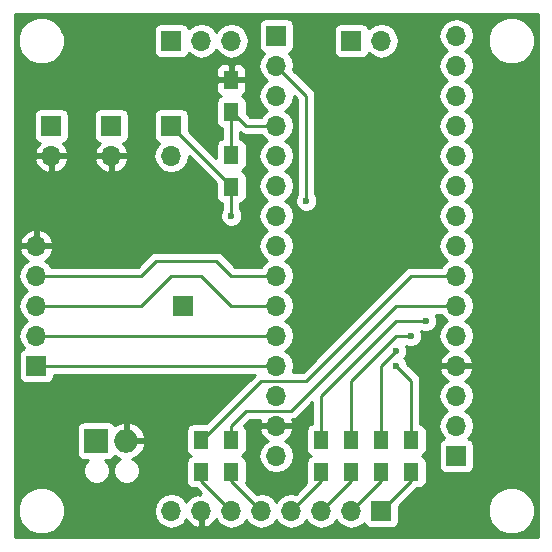
<source format=gbr>
G04 #@! TF.FileFunction,Copper,L1,Top,Signal*
%FSLAX46Y46*%
G04 Gerber Fmt 4.6, Leading zero omitted, Abs format (unit mm)*
G04 Created by KiCad (PCBNEW 4.0.5) date 08/12/17 16:39:25*
%MOMM*%
%LPD*%
G01*
G04 APERTURE LIST*
%ADD10C,0.100000*%
%ADD11R,1.700000X1.700000*%
%ADD12O,1.700000X1.700000*%
%ADD13O,1.998980X1.998980*%
%ADD14R,1.998980X1.998980*%
%ADD15R,1.300000X1.500000*%
%ADD16C,0.600000*%
%ADD17C,0.250000*%
%ADD18C,0.254000*%
G04 APERTURE END LIST*
D10*
D11*
X120650000Y-88900000D03*
D12*
X120650000Y-91440000D03*
D13*
X116840000Y-115570000D03*
D14*
X114300000Y-115570000D03*
D11*
X144780000Y-116840000D03*
D12*
X144780000Y-114300000D03*
X144780000Y-111760000D03*
X144780000Y-109220000D03*
X144780000Y-106680000D03*
X144780000Y-104140000D03*
X144780000Y-101600000D03*
X144780000Y-99060000D03*
X144780000Y-96520000D03*
X144780000Y-93980000D03*
X144780000Y-91440000D03*
X144780000Y-88900000D03*
X144780000Y-86360000D03*
X144780000Y-83820000D03*
X144780000Y-81280000D03*
D11*
X129540000Y-81280000D03*
D12*
X129540000Y-83820000D03*
X129540000Y-86360000D03*
X129540000Y-88900000D03*
X129540000Y-91440000D03*
X129540000Y-93980000D03*
X129540000Y-96520000D03*
X129540000Y-99060000D03*
X129540000Y-101600000D03*
X129540000Y-104140000D03*
X129540000Y-106680000D03*
X129540000Y-109220000D03*
X129540000Y-111760000D03*
X129540000Y-114300000D03*
X129540000Y-116840000D03*
D11*
X138430000Y-121500000D03*
D12*
X135890000Y-121500000D03*
X133350000Y-121500000D03*
X130810000Y-121500000D03*
X128270000Y-121500000D03*
X125730000Y-121500000D03*
X123190000Y-121500000D03*
X120650000Y-121500000D03*
D11*
X115570000Y-88900000D03*
D12*
X115570000Y-91440000D03*
D11*
X109220000Y-109220000D03*
D12*
X109220000Y-106680000D03*
X109220000Y-104140000D03*
X109220000Y-101600000D03*
X109220000Y-99060000D03*
D15*
X125730000Y-94060000D03*
X125730000Y-91360000D03*
X125730000Y-87710000D03*
X125730000Y-85010000D03*
X138430000Y-118190000D03*
X138430000Y-115490000D03*
X133350000Y-118190000D03*
X133350000Y-115490000D03*
X123190000Y-118190000D03*
X123190000Y-115490000D03*
X140970000Y-118190000D03*
X140970000Y-115490000D03*
X135890000Y-118190000D03*
X135890000Y-115490000D03*
X125730000Y-118190000D03*
X125730000Y-115490000D03*
D11*
X121650000Y-104140000D03*
X135890000Y-81700000D03*
D12*
X138430000Y-81700000D03*
D11*
X120650000Y-81700000D03*
D12*
X123190000Y-81700000D03*
X125730000Y-81700000D03*
D11*
X110490000Y-88900000D03*
D12*
X110490000Y-91440000D03*
D16*
X125730000Y-96520000D03*
X142240000Y-105410000D03*
X140970000Y-106680000D03*
X139700000Y-107950000D03*
X139700000Y-109220000D03*
X132080000Y-95250000D03*
D17*
X125730000Y-96520000D02*
X125730000Y-94060000D01*
X125730000Y-94060000D02*
X125730000Y-93980000D01*
X125730000Y-93980000D02*
X120650000Y-88900000D01*
X125730000Y-115490000D02*
X125730000Y-114300000D01*
X139700000Y-104140000D02*
X144780000Y-104140000D01*
X130810000Y-113030000D02*
X139700000Y-104140000D01*
X127000000Y-113030000D02*
X130810000Y-113030000D01*
X125730000Y-114300000D02*
X127000000Y-113030000D01*
X140970000Y-101600000D02*
X144780000Y-101600000D01*
X132080000Y-110490000D02*
X140970000Y-101600000D01*
X128270000Y-110490000D02*
X132080000Y-110490000D01*
X123270000Y-115490000D02*
X128270000Y-110490000D01*
X123190000Y-115490000D02*
X123270000Y-115490000D01*
X133350000Y-115490000D02*
X133350000Y-111760000D01*
X139700000Y-105410000D02*
X142240000Y-105410000D01*
X133350000Y-111760000D02*
X139700000Y-105410000D01*
X135890000Y-115490000D02*
X135890000Y-110490000D01*
X139700000Y-106680000D02*
X140970000Y-106680000D01*
X135890000Y-110490000D02*
X139700000Y-106680000D01*
X138430000Y-115490000D02*
X138430000Y-109220000D01*
X138430000Y-109220000D02*
X139700000Y-107950000D01*
X140970000Y-115490000D02*
X140970000Y-110490000D01*
X140970000Y-110490000D02*
X139700000Y-109220000D01*
X132080000Y-86360000D02*
X129540000Y-83820000D01*
X132080000Y-95250000D02*
X132080000Y-86360000D01*
X125730000Y-87710000D02*
X125730000Y-91360000D01*
X125730000Y-87710000D02*
X125810000Y-87710000D01*
X125810000Y-87710000D02*
X127000000Y-88900000D01*
X127000000Y-88900000D02*
X129540000Y-88900000D01*
X109220000Y-101600000D02*
X118110000Y-101600000D01*
X125730000Y-101600000D02*
X129540000Y-101600000D01*
X124460000Y-100330000D02*
X125730000Y-101600000D01*
X119380000Y-100330000D02*
X124460000Y-100330000D01*
X118110000Y-101600000D02*
X119380000Y-100330000D01*
X109220000Y-104140000D02*
X118110000Y-104140000D01*
X125730000Y-104140000D02*
X129540000Y-104140000D01*
X123190000Y-101600000D02*
X125730000Y-104140000D01*
X120650000Y-101600000D02*
X123190000Y-101600000D01*
X118110000Y-104140000D02*
X120650000Y-101600000D01*
X109220000Y-106680000D02*
X129540000Y-106680000D01*
X109220000Y-109220000D02*
X129540000Y-109220000D01*
X140970000Y-118190000D02*
X140970000Y-118960000D01*
X140970000Y-118960000D02*
X138430000Y-121500000D01*
X138430000Y-118190000D02*
X138430000Y-118960000D01*
X138430000Y-118960000D02*
X135890000Y-121500000D01*
X135890000Y-118190000D02*
X135890000Y-118960000D01*
X135890000Y-118960000D02*
X133350000Y-121500000D01*
X133350000Y-118190000D02*
X133350000Y-118960000D01*
X133350000Y-118960000D02*
X130810000Y-121500000D01*
X125730000Y-118190000D02*
X125730000Y-118960000D01*
X125730000Y-118960000D02*
X128270000Y-121500000D01*
X123190000Y-118190000D02*
X123190000Y-118960000D01*
X123190000Y-118960000D02*
X125730000Y-121500000D01*
D18*
G36*
X151690000Y-123750000D02*
X107390000Y-123750000D01*
X107390000Y-121893109D01*
X107654657Y-121893109D01*
X107956218Y-122622943D01*
X108514120Y-123181819D01*
X109243427Y-123484654D01*
X110033109Y-123485343D01*
X110762943Y-123183782D01*
X111321819Y-122625880D01*
X111624654Y-121896573D01*
X111625343Y-121106891D01*
X111323782Y-120377057D01*
X110765880Y-119818181D01*
X110036573Y-119515346D01*
X109246891Y-119514657D01*
X108517057Y-119816218D01*
X107958181Y-120374120D01*
X107655346Y-121103427D01*
X107654657Y-121893109D01*
X107390000Y-121893109D01*
X107390000Y-114570510D01*
X112653070Y-114570510D01*
X112653070Y-116569490D01*
X112697348Y-116804807D01*
X112836420Y-117020931D01*
X113048620Y-117165921D01*
X113300510Y-117216930D01*
X113588095Y-117216930D01*
X113338355Y-117466235D01*
X113165197Y-117883244D01*
X113164803Y-118334775D01*
X113337233Y-118752086D01*
X113656235Y-119071645D01*
X114073244Y-119244803D01*
X114524775Y-119245197D01*
X114942086Y-119072767D01*
X115261645Y-118753765D01*
X115434803Y-118336756D01*
X115435197Y-117885225D01*
X115262767Y-117467914D01*
X115012220Y-117216930D01*
X115299490Y-117216930D01*
X115534807Y-117172652D01*
X115750931Y-117033580D01*
X115861094Y-116872351D01*
X115880274Y-116893068D01*
X116321614Y-117096121D01*
X116197914Y-117147233D01*
X115878355Y-117466235D01*
X115705197Y-117883244D01*
X115704803Y-118334775D01*
X115877233Y-118752086D01*
X116196235Y-119071645D01*
X116613244Y-119244803D01*
X117064775Y-119245197D01*
X117482086Y-119072767D01*
X117801645Y-118753765D01*
X117974803Y-118336756D01*
X117975197Y-117885225D01*
X117802767Y-117467914D01*
X117483765Y-117148355D01*
X117358190Y-117096211D01*
X117799726Y-116893068D01*
X118232987Y-116425084D01*
X118429619Y-115950354D01*
X118310265Y-115697000D01*
X116967000Y-115697000D01*
X116967000Y-115717000D01*
X116713000Y-115717000D01*
X116713000Y-115697000D01*
X116693000Y-115697000D01*
X116693000Y-115443000D01*
X116713000Y-115443000D01*
X116713000Y-114099193D01*
X116967000Y-114099193D01*
X116967000Y-115443000D01*
X118310265Y-115443000D01*
X118429619Y-115189646D01*
X118232987Y-114714916D01*
X117799726Y-114246932D01*
X117220355Y-113980373D01*
X116967000Y-114099193D01*
X116713000Y-114099193D01*
X116459645Y-113980373D01*
X115880274Y-114246932D01*
X115859970Y-114268863D01*
X115763580Y-114119069D01*
X115551380Y-113974079D01*
X115299490Y-113923070D01*
X113300510Y-113923070D01*
X113065193Y-113967348D01*
X112849069Y-114106420D01*
X112704079Y-114318620D01*
X112653070Y-114570510D01*
X107390000Y-114570510D01*
X107390000Y-101600000D01*
X107705907Y-101600000D01*
X107818946Y-102168285D01*
X108140853Y-102650054D01*
X108470026Y-102870000D01*
X108140853Y-103089946D01*
X107818946Y-103571715D01*
X107705907Y-104140000D01*
X107818946Y-104708285D01*
X108140853Y-105190054D01*
X108470026Y-105410000D01*
X108140853Y-105629946D01*
X107818946Y-106111715D01*
X107705907Y-106680000D01*
X107818946Y-107248285D01*
X108140853Y-107730054D01*
X108182452Y-107757850D01*
X108134683Y-107766838D01*
X107918559Y-107905910D01*
X107773569Y-108118110D01*
X107722560Y-108370000D01*
X107722560Y-110070000D01*
X107766838Y-110305317D01*
X107905910Y-110521441D01*
X108118110Y-110666431D01*
X108370000Y-110717440D01*
X110070000Y-110717440D01*
X110305317Y-110673162D01*
X110521441Y-110534090D01*
X110666431Y-110321890D01*
X110717440Y-110070000D01*
X110717440Y-109980000D01*
X127705198Y-109980000D01*
X123592638Y-114092560D01*
X122540000Y-114092560D01*
X122304683Y-114136838D01*
X122088559Y-114275910D01*
X121943569Y-114488110D01*
X121892560Y-114740000D01*
X121892560Y-116240000D01*
X121936838Y-116475317D01*
X122075910Y-116691441D01*
X122288110Y-116836431D01*
X122301197Y-116839081D01*
X122088559Y-116975910D01*
X121943569Y-117188110D01*
X121892560Y-117440000D01*
X121892560Y-118940000D01*
X121936838Y-119175317D01*
X122075910Y-119391441D01*
X122288110Y-119536431D01*
X122540000Y-119587440D01*
X122742638Y-119587440D01*
X123170198Y-120015000D01*
X123062998Y-120015000D01*
X123062998Y-120179844D01*
X122833110Y-120058524D01*
X122423076Y-120228355D01*
X121994817Y-120618642D01*
X121927702Y-120761553D01*
X121700054Y-120420853D01*
X121218285Y-120098946D01*
X120650000Y-119985907D01*
X120081715Y-120098946D01*
X119599946Y-120420853D01*
X119278039Y-120902622D01*
X119165000Y-121470907D01*
X119165000Y-121529093D01*
X119278039Y-122097378D01*
X119599946Y-122579147D01*
X120081715Y-122901054D01*
X120650000Y-123014093D01*
X121218285Y-122901054D01*
X121700054Y-122579147D01*
X121927702Y-122238447D01*
X121994817Y-122381358D01*
X122423076Y-122771645D01*
X122833110Y-122941476D01*
X123063000Y-122820155D01*
X123063000Y-121627000D01*
X123043000Y-121627000D01*
X123043000Y-121373000D01*
X123063000Y-121373000D01*
X123063000Y-121353000D01*
X123317000Y-121353000D01*
X123317000Y-121373000D01*
X123337000Y-121373000D01*
X123337000Y-121627000D01*
X123317000Y-121627000D01*
X123317000Y-122820155D01*
X123546890Y-122941476D01*
X123956924Y-122771645D01*
X124385183Y-122381358D01*
X124452298Y-122238447D01*
X124679946Y-122579147D01*
X125161715Y-122901054D01*
X125730000Y-123014093D01*
X126298285Y-122901054D01*
X126780054Y-122579147D01*
X127000000Y-122249974D01*
X127219946Y-122579147D01*
X127701715Y-122901054D01*
X128270000Y-123014093D01*
X128838285Y-122901054D01*
X129320054Y-122579147D01*
X129540000Y-122249974D01*
X129759946Y-122579147D01*
X130241715Y-122901054D01*
X130810000Y-123014093D01*
X131378285Y-122901054D01*
X131860054Y-122579147D01*
X132080000Y-122249974D01*
X132299946Y-122579147D01*
X132781715Y-122901054D01*
X133350000Y-123014093D01*
X133918285Y-122901054D01*
X134400054Y-122579147D01*
X134620000Y-122249974D01*
X134839946Y-122579147D01*
X135321715Y-122901054D01*
X135890000Y-123014093D01*
X136458285Y-122901054D01*
X136940054Y-122579147D01*
X136967850Y-122537548D01*
X136976838Y-122585317D01*
X137115910Y-122801441D01*
X137328110Y-122946431D01*
X137580000Y-122997440D01*
X139280000Y-122997440D01*
X139515317Y-122953162D01*
X139731441Y-122814090D01*
X139876431Y-122601890D01*
X139927440Y-122350000D01*
X139927440Y-121893109D01*
X147454657Y-121893109D01*
X147756218Y-122622943D01*
X148314120Y-123181819D01*
X149043427Y-123484654D01*
X149833109Y-123485343D01*
X150562943Y-123183782D01*
X151121819Y-122625880D01*
X151424654Y-121896573D01*
X151425343Y-121106891D01*
X151123782Y-120377057D01*
X150565880Y-119818181D01*
X149836573Y-119515346D01*
X149046891Y-119514657D01*
X148317057Y-119816218D01*
X147758181Y-120374120D01*
X147455346Y-121103427D01*
X147454657Y-121893109D01*
X139927440Y-121893109D01*
X139927440Y-121077362D01*
X141417362Y-119587440D01*
X141620000Y-119587440D01*
X141855317Y-119543162D01*
X142071441Y-119404090D01*
X142216431Y-119191890D01*
X142267440Y-118940000D01*
X142267440Y-117440000D01*
X142223162Y-117204683D01*
X142084090Y-116988559D01*
X141871890Y-116843569D01*
X141858803Y-116840919D01*
X142071441Y-116704090D01*
X142216431Y-116491890D01*
X142267440Y-116240000D01*
X142267440Y-114740000D01*
X142223162Y-114504683D01*
X142084090Y-114288559D01*
X141871890Y-114143569D01*
X141730000Y-114114836D01*
X141730000Y-111760000D01*
X143265907Y-111760000D01*
X143378946Y-112328285D01*
X143700853Y-112810054D01*
X144030026Y-113030000D01*
X143700853Y-113249946D01*
X143378946Y-113731715D01*
X143265907Y-114300000D01*
X143378946Y-114868285D01*
X143700853Y-115350054D01*
X143742452Y-115377850D01*
X143694683Y-115386838D01*
X143478559Y-115525910D01*
X143333569Y-115738110D01*
X143282560Y-115990000D01*
X143282560Y-117690000D01*
X143326838Y-117925317D01*
X143465910Y-118141441D01*
X143678110Y-118286431D01*
X143930000Y-118337440D01*
X145630000Y-118337440D01*
X145865317Y-118293162D01*
X146081441Y-118154090D01*
X146226431Y-117941890D01*
X146277440Y-117690000D01*
X146277440Y-115990000D01*
X146233162Y-115754683D01*
X146094090Y-115538559D01*
X145881890Y-115393569D01*
X145814459Y-115379914D01*
X145859147Y-115350054D01*
X146181054Y-114868285D01*
X146294093Y-114300000D01*
X146181054Y-113731715D01*
X145859147Y-113249946D01*
X145529974Y-113030000D01*
X145859147Y-112810054D01*
X146181054Y-112328285D01*
X146294093Y-111760000D01*
X146181054Y-111191715D01*
X145859147Y-110709946D01*
X145518447Y-110482298D01*
X145661358Y-110415183D01*
X146051645Y-109986924D01*
X146221476Y-109576890D01*
X146100155Y-109347000D01*
X144907000Y-109347000D01*
X144907000Y-109367000D01*
X144653000Y-109367000D01*
X144653000Y-109347000D01*
X143459845Y-109347000D01*
X143338524Y-109576890D01*
X143508355Y-109986924D01*
X143898642Y-110415183D01*
X144041553Y-110482298D01*
X143700853Y-110709946D01*
X143378946Y-111191715D01*
X143265907Y-111760000D01*
X141730000Y-111760000D01*
X141730000Y-110490000D01*
X141693264Y-110305317D01*
X141672148Y-110199160D01*
X141507401Y-109952599D01*
X140635122Y-109080320D01*
X140635162Y-109034833D01*
X140493117Y-108691057D01*
X140387290Y-108585046D01*
X140492192Y-108480327D01*
X140634838Y-108136799D01*
X140635162Y-107764833D01*
X140529690Y-107509570D01*
X140783201Y-107614838D01*
X141155167Y-107615162D01*
X141498943Y-107473117D01*
X141762192Y-107210327D01*
X141904838Y-106866799D01*
X141905162Y-106494833D01*
X141799690Y-106239570D01*
X142053201Y-106344838D01*
X142425167Y-106345162D01*
X142768943Y-106203117D01*
X143032192Y-105940327D01*
X143174838Y-105596799D01*
X143175162Y-105224833D01*
X143040944Y-104900000D01*
X143507046Y-104900000D01*
X143700853Y-105190054D01*
X144030026Y-105410000D01*
X143700853Y-105629946D01*
X143378946Y-106111715D01*
X143265907Y-106680000D01*
X143378946Y-107248285D01*
X143700853Y-107730054D01*
X144041553Y-107957702D01*
X143898642Y-108024817D01*
X143508355Y-108453076D01*
X143338524Y-108863110D01*
X143459845Y-109093000D01*
X144653000Y-109093000D01*
X144653000Y-109073000D01*
X144907000Y-109073000D01*
X144907000Y-109093000D01*
X146100155Y-109093000D01*
X146221476Y-108863110D01*
X146051645Y-108453076D01*
X145661358Y-108024817D01*
X145518447Y-107957702D01*
X145859147Y-107730054D01*
X146181054Y-107248285D01*
X146294093Y-106680000D01*
X146181054Y-106111715D01*
X145859147Y-105629946D01*
X145529974Y-105410000D01*
X145859147Y-105190054D01*
X146181054Y-104708285D01*
X146294093Y-104140000D01*
X146181054Y-103571715D01*
X145859147Y-103089946D01*
X145529974Y-102870000D01*
X145859147Y-102650054D01*
X146181054Y-102168285D01*
X146294093Y-101600000D01*
X146181054Y-101031715D01*
X145859147Y-100549946D01*
X145529974Y-100330000D01*
X145859147Y-100110054D01*
X146181054Y-99628285D01*
X146294093Y-99060000D01*
X146181054Y-98491715D01*
X145859147Y-98009946D01*
X145529974Y-97790000D01*
X145859147Y-97570054D01*
X146181054Y-97088285D01*
X146294093Y-96520000D01*
X146181054Y-95951715D01*
X145859147Y-95469946D01*
X145529974Y-95250000D01*
X145859147Y-95030054D01*
X146181054Y-94548285D01*
X146294093Y-93980000D01*
X146181054Y-93411715D01*
X145859147Y-92929946D01*
X145529974Y-92710000D01*
X145859147Y-92490054D01*
X146181054Y-92008285D01*
X146294093Y-91440000D01*
X146181054Y-90871715D01*
X145859147Y-90389946D01*
X145529974Y-90170000D01*
X145859147Y-89950054D01*
X146181054Y-89468285D01*
X146294093Y-88900000D01*
X146181054Y-88331715D01*
X145859147Y-87849946D01*
X145529974Y-87630000D01*
X145859147Y-87410054D01*
X146181054Y-86928285D01*
X146294093Y-86360000D01*
X146181054Y-85791715D01*
X145859147Y-85309946D01*
X145529974Y-85090000D01*
X145859147Y-84870054D01*
X146181054Y-84388285D01*
X146294093Y-83820000D01*
X146181054Y-83251715D01*
X145859147Y-82769946D01*
X145529974Y-82550000D01*
X145859147Y-82330054D01*
X146017468Y-82093109D01*
X147454657Y-82093109D01*
X147756218Y-82822943D01*
X148314120Y-83381819D01*
X149043427Y-83684654D01*
X149833109Y-83685343D01*
X150562943Y-83383782D01*
X151121819Y-82825880D01*
X151424654Y-82096573D01*
X151425343Y-81306891D01*
X151123782Y-80577057D01*
X150565880Y-80018181D01*
X149836573Y-79715346D01*
X149046891Y-79714657D01*
X148317057Y-80016218D01*
X147758181Y-80574120D01*
X147455346Y-81303427D01*
X147454657Y-82093109D01*
X146017468Y-82093109D01*
X146181054Y-81848285D01*
X146294093Y-81280000D01*
X146181054Y-80711715D01*
X145859147Y-80229946D01*
X145377378Y-79908039D01*
X144809093Y-79795000D01*
X144750907Y-79795000D01*
X144182622Y-79908039D01*
X143700853Y-80229946D01*
X143378946Y-80711715D01*
X143265907Y-81280000D01*
X143378946Y-81848285D01*
X143700853Y-82330054D01*
X144030026Y-82550000D01*
X143700853Y-82769946D01*
X143378946Y-83251715D01*
X143265907Y-83820000D01*
X143378946Y-84388285D01*
X143700853Y-84870054D01*
X144030026Y-85090000D01*
X143700853Y-85309946D01*
X143378946Y-85791715D01*
X143265907Y-86360000D01*
X143378946Y-86928285D01*
X143700853Y-87410054D01*
X144030026Y-87630000D01*
X143700853Y-87849946D01*
X143378946Y-88331715D01*
X143265907Y-88900000D01*
X143378946Y-89468285D01*
X143700853Y-89950054D01*
X144030026Y-90170000D01*
X143700853Y-90389946D01*
X143378946Y-90871715D01*
X143265907Y-91440000D01*
X143378946Y-92008285D01*
X143700853Y-92490054D01*
X144030026Y-92710000D01*
X143700853Y-92929946D01*
X143378946Y-93411715D01*
X143265907Y-93980000D01*
X143378946Y-94548285D01*
X143700853Y-95030054D01*
X144030026Y-95250000D01*
X143700853Y-95469946D01*
X143378946Y-95951715D01*
X143265907Y-96520000D01*
X143378946Y-97088285D01*
X143700853Y-97570054D01*
X144030026Y-97790000D01*
X143700853Y-98009946D01*
X143378946Y-98491715D01*
X143265907Y-99060000D01*
X143378946Y-99628285D01*
X143700853Y-100110054D01*
X144030026Y-100330000D01*
X143700853Y-100549946D01*
X143507046Y-100840000D01*
X140970000Y-100840000D01*
X140679161Y-100897852D01*
X140432599Y-101062599D01*
X131765198Y-109730000D01*
X130952648Y-109730000D01*
X131054093Y-109220000D01*
X130941054Y-108651715D01*
X130619147Y-108169946D01*
X130289974Y-107950000D01*
X130619147Y-107730054D01*
X130941054Y-107248285D01*
X131054093Y-106680000D01*
X130941054Y-106111715D01*
X130619147Y-105629946D01*
X130289974Y-105410000D01*
X130619147Y-105190054D01*
X130941054Y-104708285D01*
X131054093Y-104140000D01*
X130941054Y-103571715D01*
X130619147Y-103089946D01*
X130289974Y-102870000D01*
X130619147Y-102650054D01*
X130941054Y-102168285D01*
X131054093Y-101600000D01*
X130941054Y-101031715D01*
X130619147Y-100549946D01*
X130289974Y-100330000D01*
X130619147Y-100110054D01*
X130941054Y-99628285D01*
X131054093Y-99060000D01*
X130941054Y-98491715D01*
X130619147Y-98009946D01*
X130289974Y-97790000D01*
X130619147Y-97570054D01*
X130941054Y-97088285D01*
X131054093Y-96520000D01*
X130941054Y-95951715D01*
X130619147Y-95469946D01*
X130289974Y-95250000D01*
X130619147Y-95030054D01*
X130941054Y-94548285D01*
X131054093Y-93980000D01*
X130941054Y-93411715D01*
X130619147Y-92929946D01*
X130289974Y-92710000D01*
X130619147Y-92490054D01*
X130941054Y-92008285D01*
X131054093Y-91440000D01*
X130941054Y-90871715D01*
X130619147Y-90389946D01*
X130289974Y-90170000D01*
X130619147Y-89950054D01*
X130941054Y-89468285D01*
X131054093Y-88900000D01*
X130941054Y-88331715D01*
X130619147Y-87849946D01*
X130289974Y-87630000D01*
X130619147Y-87410054D01*
X130941054Y-86928285D01*
X131045981Y-86400783D01*
X131320000Y-86674802D01*
X131320000Y-94687537D01*
X131287808Y-94719673D01*
X131145162Y-95063201D01*
X131144838Y-95435167D01*
X131286883Y-95778943D01*
X131549673Y-96042192D01*
X131893201Y-96184838D01*
X132265167Y-96185162D01*
X132608943Y-96043117D01*
X132872192Y-95780327D01*
X133014838Y-95436799D01*
X133015162Y-95064833D01*
X132873117Y-94721057D01*
X132840000Y-94687882D01*
X132840000Y-86360000D01*
X132782148Y-86069161D01*
X132782148Y-86069160D01*
X132617401Y-85822599D01*
X130981210Y-84186408D01*
X131054093Y-83820000D01*
X130941054Y-83251715D01*
X130619147Y-82769946D01*
X130577548Y-82742150D01*
X130625317Y-82733162D01*
X130841441Y-82594090D01*
X130986431Y-82381890D01*
X131037440Y-82130000D01*
X131037440Y-80850000D01*
X134392560Y-80850000D01*
X134392560Y-82550000D01*
X134436838Y-82785317D01*
X134575910Y-83001441D01*
X134788110Y-83146431D01*
X135040000Y-83197440D01*
X136740000Y-83197440D01*
X136975317Y-83153162D01*
X137191441Y-83014090D01*
X137336431Y-82801890D01*
X137350086Y-82734459D01*
X137379946Y-82779147D01*
X137861715Y-83101054D01*
X138430000Y-83214093D01*
X138998285Y-83101054D01*
X139480054Y-82779147D01*
X139801961Y-82297378D01*
X139915000Y-81729093D01*
X139915000Y-81670907D01*
X139801961Y-81102622D01*
X139480054Y-80620853D01*
X138998285Y-80298946D01*
X138430000Y-80185907D01*
X137861715Y-80298946D01*
X137379946Y-80620853D01*
X137352150Y-80662452D01*
X137343162Y-80614683D01*
X137204090Y-80398559D01*
X136991890Y-80253569D01*
X136740000Y-80202560D01*
X135040000Y-80202560D01*
X134804683Y-80246838D01*
X134588559Y-80385910D01*
X134443569Y-80598110D01*
X134392560Y-80850000D01*
X131037440Y-80850000D01*
X131037440Y-80430000D01*
X130993162Y-80194683D01*
X130854090Y-79978559D01*
X130641890Y-79833569D01*
X130390000Y-79782560D01*
X128690000Y-79782560D01*
X128454683Y-79826838D01*
X128238559Y-79965910D01*
X128093569Y-80178110D01*
X128042560Y-80430000D01*
X128042560Y-82130000D01*
X128086838Y-82365317D01*
X128225910Y-82581441D01*
X128438110Y-82726431D01*
X128505541Y-82740086D01*
X128460853Y-82769946D01*
X128138946Y-83251715D01*
X128025907Y-83820000D01*
X128138946Y-84388285D01*
X128460853Y-84870054D01*
X128790026Y-85090000D01*
X128460853Y-85309946D01*
X128138946Y-85791715D01*
X128025907Y-86360000D01*
X128138946Y-86928285D01*
X128460853Y-87410054D01*
X128790026Y-87630000D01*
X128460853Y-87849946D01*
X128267046Y-88140000D01*
X127314802Y-88140000D01*
X127027440Y-87852638D01*
X127027440Y-86960000D01*
X126983162Y-86724683D01*
X126844090Y-86508559D01*
X126631890Y-86363569D01*
X126598510Y-86356809D01*
X126739699Y-86298327D01*
X126918327Y-86119698D01*
X127015000Y-85886309D01*
X127015000Y-85295750D01*
X126856250Y-85137000D01*
X125857000Y-85137000D01*
X125857000Y-85157000D01*
X125603000Y-85157000D01*
X125603000Y-85137000D01*
X124603750Y-85137000D01*
X124445000Y-85295750D01*
X124445000Y-85886309D01*
X124541673Y-86119698D01*
X124720301Y-86298327D01*
X124856287Y-86354654D01*
X124844683Y-86356838D01*
X124628559Y-86495910D01*
X124483569Y-86708110D01*
X124432560Y-86960000D01*
X124432560Y-88460000D01*
X124476838Y-88695317D01*
X124615910Y-88911441D01*
X124828110Y-89056431D01*
X124970000Y-89085164D01*
X124970000Y-89983258D01*
X124844683Y-90006838D01*
X124628559Y-90145910D01*
X124483569Y-90358110D01*
X124432560Y-90610000D01*
X124432560Y-91607758D01*
X122147440Y-89322638D01*
X122147440Y-88050000D01*
X122103162Y-87814683D01*
X121964090Y-87598559D01*
X121751890Y-87453569D01*
X121500000Y-87402560D01*
X119800000Y-87402560D01*
X119564683Y-87446838D01*
X119348559Y-87585910D01*
X119203569Y-87798110D01*
X119152560Y-88050000D01*
X119152560Y-89750000D01*
X119196838Y-89985317D01*
X119335910Y-90201441D01*
X119548110Y-90346431D01*
X119615541Y-90360086D01*
X119570853Y-90389946D01*
X119248946Y-90871715D01*
X119135907Y-91440000D01*
X119248946Y-92008285D01*
X119570853Y-92490054D01*
X120052622Y-92811961D01*
X120620907Y-92925000D01*
X120679093Y-92925000D01*
X121247378Y-92811961D01*
X121729147Y-92490054D01*
X122051054Y-92008285D01*
X122155981Y-91480783D01*
X124432560Y-93757362D01*
X124432560Y-94810000D01*
X124476838Y-95045317D01*
X124615910Y-95261441D01*
X124828110Y-95406431D01*
X124970000Y-95435164D01*
X124970000Y-95957537D01*
X124937808Y-95989673D01*
X124795162Y-96333201D01*
X124794838Y-96705167D01*
X124936883Y-97048943D01*
X125199673Y-97312192D01*
X125543201Y-97454838D01*
X125915167Y-97455162D01*
X126258943Y-97313117D01*
X126522192Y-97050327D01*
X126664838Y-96706799D01*
X126665162Y-96334833D01*
X126523117Y-95991057D01*
X126490000Y-95957882D01*
X126490000Y-95436742D01*
X126615317Y-95413162D01*
X126831441Y-95274090D01*
X126976431Y-95061890D01*
X127027440Y-94810000D01*
X127027440Y-93310000D01*
X126983162Y-93074683D01*
X126844090Y-92858559D01*
X126631890Y-92713569D01*
X126618803Y-92710919D01*
X126831441Y-92574090D01*
X126976431Y-92361890D01*
X127027440Y-92110000D01*
X127027440Y-90610000D01*
X126983162Y-90374683D01*
X126844090Y-90158559D01*
X126631890Y-90013569D01*
X126490000Y-89984836D01*
X126490000Y-89455710D01*
X126709161Y-89602148D01*
X127000000Y-89660000D01*
X128267046Y-89660000D01*
X128460853Y-89950054D01*
X128790026Y-90170000D01*
X128460853Y-90389946D01*
X128138946Y-90871715D01*
X128025907Y-91440000D01*
X128138946Y-92008285D01*
X128460853Y-92490054D01*
X128790026Y-92710000D01*
X128460853Y-92929946D01*
X128138946Y-93411715D01*
X128025907Y-93980000D01*
X128138946Y-94548285D01*
X128460853Y-95030054D01*
X128790026Y-95250000D01*
X128460853Y-95469946D01*
X128138946Y-95951715D01*
X128025907Y-96520000D01*
X128138946Y-97088285D01*
X128460853Y-97570054D01*
X128790026Y-97790000D01*
X128460853Y-98009946D01*
X128138946Y-98491715D01*
X128025907Y-99060000D01*
X128138946Y-99628285D01*
X128460853Y-100110054D01*
X128790026Y-100330000D01*
X128460853Y-100549946D01*
X128267046Y-100840000D01*
X126044802Y-100840000D01*
X124997401Y-99792599D01*
X124750839Y-99627852D01*
X124460000Y-99570000D01*
X119380000Y-99570000D01*
X119089160Y-99627852D01*
X118842599Y-99792599D01*
X117795198Y-100840000D01*
X110492954Y-100840000D01*
X110299147Y-100549946D01*
X109958447Y-100322298D01*
X110101358Y-100255183D01*
X110491645Y-99826924D01*
X110661476Y-99416890D01*
X110540155Y-99187000D01*
X109347000Y-99187000D01*
X109347000Y-99207000D01*
X109093000Y-99207000D01*
X109093000Y-99187000D01*
X107899845Y-99187000D01*
X107778524Y-99416890D01*
X107948355Y-99826924D01*
X108338642Y-100255183D01*
X108481553Y-100322298D01*
X108140853Y-100549946D01*
X107818946Y-101031715D01*
X107705907Y-101600000D01*
X107390000Y-101600000D01*
X107390000Y-98703110D01*
X107778524Y-98703110D01*
X107899845Y-98933000D01*
X109093000Y-98933000D01*
X109093000Y-97739181D01*
X109347000Y-97739181D01*
X109347000Y-98933000D01*
X110540155Y-98933000D01*
X110661476Y-98703110D01*
X110491645Y-98293076D01*
X110101358Y-97864817D01*
X109576892Y-97618514D01*
X109347000Y-97739181D01*
X109093000Y-97739181D01*
X108863108Y-97618514D01*
X108338642Y-97864817D01*
X107948355Y-98293076D01*
X107778524Y-98703110D01*
X107390000Y-98703110D01*
X107390000Y-91796890D01*
X109048524Y-91796890D01*
X109218355Y-92206924D01*
X109608642Y-92635183D01*
X110133108Y-92881486D01*
X110363000Y-92760819D01*
X110363000Y-91567000D01*
X110617000Y-91567000D01*
X110617000Y-92760819D01*
X110846892Y-92881486D01*
X111371358Y-92635183D01*
X111761645Y-92206924D01*
X111931476Y-91796890D01*
X114128524Y-91796890D01*
X114298355Y-92206924D01*
X114688642Y-92635183D01*
X115213108Y-92881486D01*
X115443000Y-92760819D01*
X115443000Y-91567000D01*
X115697000Y-91567000D01*
X115697000Y-92760819D01*
X115926892Y-92881486D01*
X116451358Y-92635183D01*
X116841645Y-92206924D01*
X117011476Y-91796890D01*
X116890155Y-91567000D01*
X115697000Y-91567000D01*
X115443000Y-91567000D01*
X114249845Y-91567000D01*
X114128524Y-91796890D01*
X111931476Y-91796890D01*
X111810155Y-91567000D01*
X110617000Y-91567000D01*
X110363000Y-91567000D01*
X109169845Y-91567000D01*
X109048524Y-91796890D01*
X107390000Y-91796890D01*
X107390000Y-88050000D01*
X108992560Y-88050000D01*
X108992560Y-89750000D01*
X109036838Y-89985317D01*
X109175910Y-90201441D01*
X109388110Y-90346431D01*
X109496107Y-90368301D01*
X109218355Y-90673076D01*
X109048524Y-91083110D01*
X109169845Y-91313000D01*
X110363000Y-91313000D01*
X110363000Y-91293000D01*
X110617000Y-91293000D01*
X110617000Y-91313000D01*
X111810155Y-91313000D01*
X111931476Y-91083110D01*
X111761645Y-90673076D01*
X111485499Y-90370063D01*
X111575317Y-90353162D01*
X111791441Y-90214090D01*
X111936431Y-90001890D01*
X111987440Y-89750000D01*
X111987440Y-88050000D01*
X114072560Y-88050000D01*
X114072560Y-89750000D01*
X114116838Y-89985317D01*
X114255910Y-90201441D01*
X114468110Y-90346431D01*
X114576107Y-90368301D01*
X114298355Y-90673076D01*
X114128524Y-91083110D01*
X114249845Y-91313000D01*
X115443000Y-91313000D01*
X115443000Y-91293000D01*
X115697000Y-91293000D01*
X115697000Y-91313000D01*
X116890155Y-91313000D01*
X117011476Y-91083110D01*
X116841645Y-90673076D01*
X116565499Y-90370063D01*
X116655317Y-90353162D01*
X116871441Y-90214090D01*
X117016431Y-90001890D01*
X117067440Y-89750000D01*
X117067440Y-88050000D01*
X117023162Y-87814683D01*
X116884090Y-87598559D01*
X116671890Y-87453569D01*
X116420000Y-87402560D01*
X114720000Y-87402560D01*
X114484683Y-87446838D01*
X114268559Y-87585910D01*
X114123569Y-87798110D01*
X114072560Y-88050000D01*
X111987440Y-88050000D01*
X111943162Y-87814683D01*
X111804090Y-87598559D01*
X111591890Y-87453569D01*
X111340000Y-87402560D01*
X109640000Y-87402560D01*
X109404683Y-87446838D01*
X109188559Y-87585910D01*
X109043569Y-87798110D01*
X108992560Y-88050000D01*
X107390000Y-88050000D01*
X107390000Y-84133691D01*
X124445000Y-84133691D01*
X124445000Y-84724250D01*
X124603750Y-84883000D01*
X125603000Y-84883000D01*
X125603000Y-83783750D01*
X125857000Y-83783750D01*
X125857000Y-84883000D01*
X126856250Y-84883000D01*
X127015000Y-84724250D01*
X127015000Y-84133691D01*
X126918327Y-83900302D01*
X126739699Y-83721673D01*
X126506310Y-83625000D01*
X126015750Y-83625000D01*
X125857000Y-83783750D01*
X125603000Y-83783750D01*
X125444250Y-83625000D01*
X124953690Y-83625000D01*
X124720301Y-83721673D01*
X124541673Y-83900302D01*
X124445000Y-84133691D01*
X107390000Y-84133691D01*
X107390000Y-82093109D01*
X107654657Y-82093109D01*
X107956218Y-82822943D01*
X108514120Y-83381819D01*
X109243427Y-83684654D01*
X110033109Y-83685343D01*
X110762943Y-83383782D01*
X111321819Y-82825880D01*
X111624654Y-82096573D01*
X111625343Y-81306891D01*
X111436560Y-80850000D01*
X119152560Y-80850000D01*
X119152560Y-82550000D01*
X119196838Y-82785317D01*
X119335910Y-83001441D01*
X119548110Y-83146431D01*
X119800000Y-83197440D01*
X121500000Y-83197440D01*
X121735317Y-83153162D01*
X121951441Y-83014090D01*
X122096431Y-82801890D01*
X122110086Y-82734459D01*
X122139946Y-82779147D01*
X122621715Y-83101054D01*
X123190000Y-83214093D01*
X123758285Y-83101054D01*
X124240054Y-82779147D01*
X124460000Y-82449974D01*
X124679946Y-82779147D01*
X125161715Y-83101054D01*
X125730000Y-83214093D01*
X126298285Y-83101054D01*
X126780054Y-82779147D01*
X127101961Y-82297378D01*
X127215000Y-81729093D01*
X127215000Y-81670907D01*
X127101961Y-81102622D01*
X126780054Y-80620853D01*
X126298285Y-80298946D01*
X125730000Y-80185907D01*
X125161715Y-80298946D01*
X124679946Y-80620853D01*
X124460000Y-80950026D01*
X124240054Y-80620853D01*
X123758285Y-80298946D01*
X123190000Y-80185907D01*
X122621715Y-80298946D01*
X122139946Y-80620853D01*
X122112150Y-80662452D01*
X122103162Y-80614683D01*
X121964090Y-80398559D01*
X121751890Y-80253569D01*
X121500000Y-80202560D01*
X119800000Y-80202560D01*
X119564683Y-80246838D01*
X119348559Y-80385910D01*
X119203569Y-80598110D01*
X119152560Y-80850000D01*
X111436560Y-80850000D01*
X111323782Y-80577057D01*
X110765880Y-80018181D01*
X110036573Y-79715346D01*
X109246891Y-79714657D01*
X108517057Y-80016218D01*
X107958181Y-80574120D01*
X107655346Y-81303427D01*
X107654657Y-82093109D01*
X107390000Y-82093109D01*
X107390000Y-79450000D01*
X151690000Y-79450000D01*
X151690000Y-123750000D01*
X151690000Y-123750000D01*
G37*
X151690000Y-123750000D02*
X107390000Y-123750000D01*
X107390000Y-121893109D01*
X107654657Y-121893109D01*
X107956218Y-122622943D01*
X108514120Y-123181819D01*
X109243427Y-123484654D01*
X110033109Y-123485343D01*
X110762943Y-123183782D01*
X111321819Y-122625880D01*
X111624654Y-121896573D01*
X111625343Y-121106891D01*
X111323782Y-120377057D01*
X110765880Y-119818181D01*
X110036573Y-119515346D01*
X109246891Y-119514657D01*
X108517057Y-119816218D01*
X107958181Y-120374120D01*
X107655346Y-121103427D01*
X107654657Y-121893109D01*
X107390000Y-121893109D01*
X107390000Y-114570510D01*
X112653070Y-114570510D01*
X112653070Y-116569490D01*
X112697348Y-116804807D01*
X112836420Y-117020931D01*
X113048620Y-117165921D01*
X113300510Y-117216930D01*
X113588095Y-117216930D01*
X113338355Y-117466235D01*
X113165197Y-117883244D01*
X113164803Y-118334775D01*
X113337233Y-118752086D01*
X113656235Y-119071645D01*
X114073244Y-119244803D01*
X114524775Y-119245197D01*
X114942086Y-119072767D01*
X115261645Y-118753765D01*
X115434803Y-118336756D01*
X115435197Y-117885225D01*
X115262767Y-117467914D01*
X115012220Y-117216930D01*
X115299490Y-117216930D01*
X115534807Y-117172652D01*
X115750931Y-117033580D01*
X115861094Y-116872351D01*
X115880274Y-116893068D01*
X116321614Y-117096121D01*
X116197914Y-117147233D01*
X115878355Y-117466235D01*
X115705197Y-117883244D01*
X115704803Y-118334775D01*
X115877233Y-118752086D01*
X116196235Y-119071645D01*
X116613244Y-119244803D01*
X117064775Y-119245197D01*
X117482086Y-119072767D01*
X117801645Y-118753765D01*
X117974803Y-118336756D01*
X117975197Y-117885225D01*
X117802767Y-117467914D01*
X117483765Y-117148355D01*
X117358190Y-117096211D01*
X117799726Y-116893068D01*
X118232987Y-116425084D01*
X118429619Y-115950354D01*
X118310265Y-115697000D01*
X116967000Y-115697000D01*
X116967000Y-115717000D01*
X116713000Y-115717000D01*
X116713000Y-115697000D01*
X116693000Y-115697000D01*
X116693000Y-115443000D01*
X116713000Y-115443000D01*
X116713000Y-114099193D01*
X116967000Y-114099193D01*
X116967000Y-115443000D01*
X118310265Y-115443000D01*
X118429619Y-115189646D01*
X118232987Y-114714916D01*
X117799726Y-114246932D01*
X117220355Y-113980373D01*
X116967000Y-114099193D01*
X116713000Y-114099193D01*
X116459645Y-113980373D01*
X115880274Y-114246932D01*
X115859970Y-114268863D01*
X115763580Y-114119069D01*
X115551380Y-113974079D01*
X115299490Y-113923070D01*
X113300510Y-113923070D01*
X113065193Y-113967348D01*
X112849069Y-114106420D01*
X112704079Y-114318620D01*
X112653070Y-114570510D01*
X107390000Y-114570510D01*
X107390000Y-101600000D01*
X107705907Y-101600000D01*
X107818946Y-102168285D01*
X108140853Y-102650054D01*
X108470026Y-102870000D01*
X108140853Y-103089946D01*
X107818946Y-103571715D01*
X107705907Y-104140000D01*
X107818946Y-104708285D01*
X108140853Y-105190054D01*
X108470026Y-105410000D01*
X108140853Y-105629946D01*
X107818946Y-106111715D01*
X107705907Y-106680000D01*
X107818946Y-107248285D01*
X108140853Y-107730054D01*
X108182452Y-107757850D01*
X108134683Y-107766838D01*
X107918559Y-107905910D01*
X107773569Y-108118110D01*
X107722560Y-108370000D01*
X107722560Y-110070000D01*
X107766838Y-110305317D01*
X107905910Y-110521441D01*
X108118110Y-110666431D01*
X108370000Y-110717440D01*
X110070000Y-110717440D01*
X110305317Y-110673162D01*
X110521441Y-110534090D01*
X110666431Y-110321890D01*
X110717440Y-110070000D01*
X110717440Y-109980000D01*
X127705198Y-109980000D01*
X123592638Y-114092560D01*
X122540000Y-114092560D01*
X122304683Y-114136838D01*
X122088559Y-114275910D01*
X121943569Y-114488110D01*
X121892560Y-114740000D01*
X121892560Y-116240000D01*
X121936838Y-116475317D01*
X122075910Y-116691441D01*
X122288110Y-116836431D01*
X122301197Y-116839081D01*
X122088559Y-116975910D01*
X121943569Y-117188110D01*
X121892560Y-117440000D01*
X121892560Y-118940000D01*
X121936838Y-119175317D01*
X122075910Y-119391441D01*
X122288110Y-119536431D01*
X122540000Y-119587440D01*
X122742638Y-119587440D01*
X123170198Y-120015000D01*
X123062998Y-120015000D01*
X123062998Y-120179844D01*
X122833110Y-120058524D01*
X122423076Y-120228355D01*
X121994817Y-120618642D01*
X121927702Y-120761553D01*
X121700054Y-120420853D01*
X121218285Y-120098946D01*
X120650000Y-119985907D01*
X120081715Y-120098946D01*
X119599946Y-120420853D01*
X119278039Y-120902622D01*
X119165000Y-121470907D01*
X119165000Y-121529093D01*
X119278039Y-122097378D01*
X119599946Y-122579147D01*
X120081715Y-122901054D01*
X120650000Y-123014093D01*
X121218285Y-122901054D01*
X121700054Y-122579147D01*
X121927702Y-122238447D01*
X121994817Y-122381358D01*
X122423076Y-122771645D01*
X122833110Y-122941476D01*
X123063000Y-122820155D01*
X123063000Y-121627000D01*
X123043000Y-121627000D01*
X123043000Y-121373000D01*
X123063000Y-121373000D01*
X123063000Y-121353000D01*
X123317000Y-121353000D01*
X123317000Y-121373000D01*
X123337000Y-121373000D01*
X123337000Y-121627000D01*
X123317000Y-121627000D01*
X123317000Y-122820155D01*
X123546890Y-122941476D01*
X123956924Y-122771645D01*
X124385183Y-122381358D01*
X124452298Y-122238447D01*
X124679946Y-122579147D01*
X125161715Y-122901054D01*
X125730000Y-123014093D01*
X126298285Y-122901054D01*
X126780054Y-122579147D01*
X127000000Y-122249974D01*
X127219946Y-122579147D01*
X127701715Y-122901054D01*
X128270000Y-123014093D01*
X128838285Y-122901054D01*
X129320054Y-122579147D01*
X129540000Y-122249974D01*
X129759946Y-122579147D01*
X130241715Y-122901054D01*
X130810000Y-123014093D01*
X131378285Y-122901054D01*
X131860054Y-122579147D01*
X132080000Y-122249974D01*
X132299946Y-122579147D01*
X132781715Y-122901054D01*
X133350000Y-123014093D01*
X133918285Y-122901054D01*
X134400054Y-122579147D01*
X134620000Y-122249974D01*
X134839946Y-122579147D01*
X135321715Y-122901054D01*
X135890000Y-123014093D01*
X136458285Y-122901054D01*
X136940054Y-122579147D01*
X136967850Y-122537548D01*
X136976838Y-122585317D01*
X137115910Y-122801441D01*
X137328110Y-122946431D01*
X137580000Y-122997440D01*
X139280000Y-122997440D01*
X139515317Y-122953162D01*
X139731441Y-122814090D01*
X139876431Y-122601890D01*
X139927440Y-122350000D01*
X139927440Y-121893109D01*
X147454657Y-121893109D01*
X147756218Y-122622943D01*
X148314120Y-123181819D01*
X149043427Y-123484654D01*
X149833109Y-123485343D01*
X150562943Y-123183782D01*
X151121819Y-122625880D01*
X151424654Y-121896573D01*
X151425343Y-121106891D01*
X151123782Y-120377057D01*
X150565880Y-119818181D01*
X149836573Y-119515346D01*
X149046891Y-119514657D01*
X148317057Y-119816218D01*
X147758181Y-120374120D01*
X147455346Y-121103427D01*
X147454657Y-121893109D01*
X139927440Y-121893109D01*
X139927440Y-121077362D01*
X141417362Y-119587440D01*
X141620000Y-119587440D01*
X141855317Y-119543162D01*
X142071441Y-119404090D01*
X142216431Y-119191890D01*
X142267440Y-118940000D01*
X142267440Y-117440000D01*
X142223162Y-117204683D01*
X142084090Y-116988559D01*
X141871890Y-116843569D01*
X141858803Y-116840919D01*
X142071441Y-116704090D01*
X142216431Y-116491890D01*
X142267440Y-116240000D01*
X142267440Y-114740000D01*
X142223162Y-114504683D01*
X142084090Y-114288559D01*
X141871890Y-114143569D01*
X141730000Y-114114836D01*
X141730000Y-111760000D01*
X143265907Y-111760000D01*
X143378946Y-112328285D01*
X143700853Y-112810054D01*
X144030026Y-113030000D01*
X143700853Y-113249946D01*
X143378946Y-113731715D01*
X143265907Y-114300000D01*
X143378946Y-114868285D01*
X143700853Y-115350054D01*
X143742452Y-115377850D01*
X143694683Y-115386838D01*
X143478559Y-115525910D01*
X143333569Y-115738110D01*
X143282560Y-115990000D01*
X143282560Y-117690000D01*
X143326838Y-117925317D01*
X143465910Y-118141441D01*
X143678110Y-118286431D01*
X143930000Y-118337440D01*
X145630000Y-118337440D01*
X145865317Y-118293162D01*
X146081441Y-118154090D01*
X146226431Y-117941890D01*
X146277440Y-117690000D01*
X146277440Y-115990000D01*
X146233162Y-115754683D01*
X146094090Y-115538559D01*
X145881890Y-115393569D01*
X145814459Y-115379914D01*
X145859147Y-115350054D01*
X146181054Y-114868285D01*
X146294093Y-114300000D01*
X146181054Y-113731715D01*
X145859147Y-113249946D01*
X145529974Y-113030000D01*
X145859147Y-112810054D01*
X146181054Y-112328285D01*
X146294093Y-111760000D01*
X146181054Y-111191715D01*
X145859147Y-110709946D01*
X145518447Y-110482298D01*
X145661358Y-110415183D01*
X146051645Y-109986924D01*
X146221476Y-109576890D01*
X146100155Y-109347000D01*
X144907000Y-109347000D01*
X144907000Y-109367000D01*
X144653000Y-109367000D01*
X144653000Y-109347000D01*
X143459845Y-109347000D01*
X143338524Y-109576890D01*
X143508355Y-109986924D01*
X143898642Y-110415183D01*
X144041553Y-110482298D01*
X143700853Y-110709946D01*
X143378946Y-111191715D01*
X143265907Y-111760000D01*
X141730000Y-111760000D01*
X141730000Y-110490000D01*
X141693264Y-110305317D01*
X141672148Y-110199160D01*
X141507401Y-109952599D01*
X140635122Y-109080320D01*
X140635162Y-109034833D01*
X140493117Y-108691057D01*
X140387290Y-108585046D01*
X140492192Y-108480327D01*
X140634838Y-108136799D01*
X140635162Y-107764833D01*
X140529690Y-107509570D01*
X140783201Y-107614838D01*
X141155167Y-107615162D01*
X141498943Y-107473117D01*
X141762192Y-107210327D01*
X141904838Y-106866799D01*
X141905162Y-106494833D01*
X141799690Y-106239570D01*
X142053201Y-106344838D01*
X142425167Y-106345162D01*
X142768943Y-106203117D01*
X143032192Y-105940327D01*
X143174838Y-105596799D01*
X143175162Y-105224833D01*
X143040944Y-104900000D01*
X143507046Y-104900000D01*
X143700853Y-105190054D01*
X144030026Y-105410000D01*
X143700853Y-105629946D01*
X143378946Y-106111715D01*
X143265907Y-106680000D01*
X143378946Y-107248285D01*
X143700853Y-107730054D01*
X144041553Y-107957702D01*
X143898642Y-108024817D01*
X143508355Y-108453076D01*
X143338524Y-108863110D01*
X143459845Y-109093000D01*
X144653000Y-109093000D01*
X144653000Y-109073000D01*
X144907000Y-109073000D01*
X144907000Y-109093000D01*
X146100155Y-109093000D01*
X146221476Y-108863110D01*
X146051645Y-108453076D01*
X145661358Y-108024817D01*
X145518447Y-107957702D01*
X145859147Y-107730054D01*
X146181054Y-107248285D01*
X146294093Y-106680000D01*
X146181054Y-106111715D01*
X145859147Y-105629946D01*
X145529974Y-105410000D01*
X145859147Y-105190054D01*
X146181054Y-104708285D01*
X146294093Y-104140000D01*
X146181054Y-103571715D01*
X145859147Y-103089946D01*
X145529974Y-102870000D01*
X145859147Y-102650054D01*
X146181054Y-102168285D01*
X146294093Y-101600000D01*
X146181054Y-101031715D01*
X145859147Y-100549946D01*
X145529974Y-100330000D01*
X145859147Y-100110054D01*
X146181054Y-99628285D01*
X146294093Y-99060000D01*
X146181054Y-98491715D01*
X145859147Y-98009946D01*
X145529974Y-97790000D01*
X145859147Y-97570054D01*
X146181054Y-97088285D01*
X146294093Y-96520000D01*
X146181054Y-95951715D01*
X145859147Y-95469946D01*
X145529974Y-95250000D01*
X145859147Y-95030054D01*
X146181054Y-94548285D01*
X146294093Y-93980000D01*
X146181054Y-93411715D01*
X145859147Y-92929946D01*
X145529974Y-92710000D01*
X145859147Y-92490054D01*
X146181054Y-92008285D01*
X146294093Y-91440000D01*
X146181054Y-90871715D01*
X145859147Y-90389946D01*
X145529974Y-90170000D01*
X145859147Y-89950054D01*
X146181054Y-89468285D01*
X146294093Y-88900000D01*
X146181054Y-88331715D01*
X145859147Y-87849946D01*
X145529974Y-87630000D01*
X145859147Y-87410054D01*
X146181054Y-86928285D01*
X146294093Y-86360000D01*
X146181054Y-85791715D01*
X145859147Y-85309946D01*
X145529974Y-85090000D01*
X145859147Y-84870054D01*
X146181054Y-84388285D01*
X146294093Y-83820000D01*
X146181054Y-83251715D01*
X145859147Y-82769946D01*
X145529974Y-82550000D01*
X145859147Y-82330054D01*
X146017468Y-82093109D01*
X147454657Y-82093109D01*
X147756218Y-82822943D01*
X148314120Y-83381819D01*
X149043427Y-83684654D01*
X149833109Y-83685343D01*
X150562943Y-83383782D01*
X151121819Y-82825880D01*
X151424654Y-82096573D01*
X151425343Y-81306891D01*
X151123782Y-80577057D01*
X150565880Y-80018181D01*
X149836573Y-79715346D01*
X149046891Y-79714657D01*
X148317057Y-80016218D01*
X147758181Y-80574120D01*
X147455346Y-81303427D01*
X147454657Y-82093109D01*
X146017468Y-82093109D01*
X146181054Y-81848285D01*
X146294093Y-81280000D01*
X146181054Y-80711715D01*
X145859147Y-80229946D01*
X145377378Y-79908039D01*
X144809093Y-79795000D01*
X144750907Y-79795000D01*
X144182622Y-79908039D01*
X143700853Y-80229946D01*
X143378946Y-80711715D01*
X143265907Y-81280000D01*
X143378946Y-81848285D01*
X143700853Y-82330054D01*
X144030026Y-82550000D01*
X143700853Y-82769946D01*
X143378946Y-83251715D01*
X143265907Y-83820000D01*
X143378946Y-84388285D01*
X143700853Y-84870054D01*
X144030026Y-85090000D01*
X143700853Y-85309946D01*
X143378946Y-85791715D01*
X143265907Y-86360000D01*
X143378946Y-86928285D01*
X143700853Y-87410054D01*
X144030026Y-87630000D01*
X143700853Y-87849946D01*
X143378946Y-88331715D01*
X143265907Y-88900000D01*
X143378946Y-89468285D01*
X143700853Y-89950054D01*
X144030026Y-90170000D01*
X143700853Y-90389946D01*
X143378946Y-90871715D01*
X143265907Y-91440000D01*
X143378946Y-92008285D01*
X143700853Y-92490054D01*
X144030026Y-92710000D01*
X143700853Y-92929946D01*
X143378946Y-93411715D01*
X143265907Y-93980000D01*
X143378946Y-94548285D01*
X143700853Y-95030054D01*
X144030026Y-95250000D01*
X143700853Y-95469946D01*
X143378946Y-95951715D01*
X143265907Y-96520000D01*
X143378946Y-97088285D01*
X143700853Y-97570054D01*
X144030026Y-97790000D01*
X143700853Y-98009946D01*
X143378946Y-98491715D01*
X143265907Y-99060000D01*
X143378946Y-99628285D01*
X143700853Y-100110054D01*
X144030026Y-100330000D01*
X143700853Y-100549946D01*
X143507046Y-100840000D01*
X140970000Y-100840000D01*
X140679161Y-100897852D01*
X140432599Y-101062599D01*
X131765198Y-109730000D01*
X130952648Y-109730000D01*
X131054093Y-109220000D01*
X130941054Y-108651715D01*
X130619147Y-108169946D01*
X130289974Y-107950000D01*
X130619147Y-107730054D01*
X130941054Y-107248285D01*
X131054093Y-106680000D01*
X130941054Y-106111715D01*
X130619147Y-105629946D01*
X130289974Y-105410000D01*
X130619147Y-105190054D01*
X130941054Y-104708285D01*
X131054093Y-104140000D01*
X130941054Y-103571715D01*
X130619147Y-103089946D01*
X130289974Y-102870000D01*
X130619147Y-102650054D01*
X130941054Y-102168285D01*
X131054093Y-101600000D01*
X130941054Y-101031715D01*
X130619147Y-100549946D01*
X130289974Y-100330000D01*
X130619147Y-100110054D01*
X130941054Y-99628285D01*
X131054093Y-99060000D01*
X130941054Y-98491715D01*
X130619147Y-98009946D01*
X130289974Y-97790000D01*
X130619147Y-97570054D01*
X130941054Y-97088285D01*
X131054093Y-96520000D01*
X130941054Y-95951715D01*
X130619147Y-95469946D01*
X130289974Y-95250000D01*
X130619147Y-95030054D01*
X130941054Y-94548285D01*
X131054093Y-93980000D01*
X130941054Y-93411715D01*
X130619147Y-92929946D01*
X130289974Y-92710000D01*
X130619147Y-92490054D01*
X130941054Y-92008285D01*
X131054093Y-91440000D01*
X130941054Y-90871715D01*
X130619147Y-90389946D01*
X130289974Y-90170000D01*
X130619147Y-89950054D01*
X130941054Y-89468285D01*
X131054093Y-88900000D01*
X130941054Y-88331715D01*
X130619147Y-87849946D01*
X130289974Y-87630000D01*
X130619147Y-87410054D01*
X130941054Y-86928285D01*
X131045981Y-86400783D01*
X131320000Y-86674802D01*
X131320000Y-94687537D01*
X131287808Y-94719673D01*
X131145162Y-95063201D01*
X131144838Y-95435167D01*
X131286883Y-95778943D01*
X131549673Y-96042192D01*
X131893201Y-96184838D01*
X132265167Y-96185162D01*
X132608943Y-96043117D01*
X132872192Y-95780327D01*
X133014838Y-95436799D01*
X133015162Y-95064833D01*
X132873117Y-94721057D01*
X132840000Y-94687882D01*
X132840000Y-86360000D01*
X132782148Y-86069161D01*
X132782148Y-86069160D01*
X132617401Y-85822599D01*
X130981210Y-84186408D01*
X131054093Y-83820000D01*
X130941054Y-83251715D01*
X130619147Y-82769946D01*
X130577548Y-82742150D01*
X130625317Y-82733162D01*
X130841441Y-82594090D01*
X130986431Y-82381890D01*
X131037440Y-82130000D01*
X131037440Y-80850000D01*
X134392560Y-80850000D01*
X134392560Y-82550000D01*
X134436838Y-82785317D01*
X134575910Y-83001441D01*
X134788110Y-83146431D01*
X135040000Y-83197440D01*
X136740000Y-83197440D01*
X136975317Y-83153162D01*
X137191441Y-83014090D01*
X137336431Y-82801890D01*
X137350086Y-82734459D01*
X137379946Y-82779147D01*
X137861715Y-83101054D01*
X138430000Y-83214093D01*
X138998285Y-83101054D01*
X139480054Y-82779147D01*
X139801961Y-82297378D01*
X139915000Y-81729093D01*
X139915000Y-81670907D01*
X139801961Y-81102622D01*
X139480054Y-80620853D01*
X138998285Y-80298946D01*
X138430000Y-80185907D01*
X137861715Y-80298946D01*
X137379946Y-80620853D01*
X137352150Y-80662452D01*
X137343162Y-80614683D01*
X137204090Y-80398559D01*
X136991890Y-80253569D01*
X136740000Y-80202560D01*
X135040000Y-80202560D01*
X134804683Y-80246838D01*
X134588559Y-80385910D01*
X134443569Y-80598110D01*
X134392560Y-80850000D01*
X131037440Y-80850000D01*
X131037440Y-80430000D01*
X130993162Y-80194683D01*
X130854090Y-79978559D01*
X130641890Y-79833569D01*
X130390000Y-79782560D01*
X128690000Y-79782560D01*
X128454683Y-79826838D01*
X128238559Y-79965910D01*
X128093569Y-80178110D01*
X128042560Y-80430000D01*
X128042560Y-82130000D01*
X128086838Y-82365317D01*
X128225910Y-82581441D01*
X128438110Y-82726431D01*
X128505541Y-82740086D01*
X128460853Y-82769946D01*
X128138946Y-83251715D01*
X128025907Y-83820000D01*
X128138946Y-84388285D01*
X128460853Y-84870054D01*
X128790026Y-85090000D01*
X128460853Y-85309946D01*
X128138946Y-85791715D01*
X128025907Y-86360000D01*
X128138946Y-86928285D01*
X128460853Y-87410054D01*
X128790026Y-87630000D01*
X128460853Y-87849946D01*
X128267046Y-88140000D01*
X127314802Y-88140000D01*
X127027440Y-87852638D01*
X127027440Y-86960000D01*
X126983162Y-86724683D01*
X126844090Y-86508559D01*
X126631890Y-86363569D01*
X126598510Y-86356809D01*
X126739699Y-86298327D01*
X126918327Y-86119698D01*
X127015000Y-85886309D01*
X127015000Y-85295750D01*
X126856250Y-85137000D01*
X125857000Y-85137000D01*
X125857000Y-85157000D01*
X125603000Y-85157000D01*
X125603000Y-85137000D01*
X124603750Y-85137000D01*
X124445000Y-85295750D01*
X124445000Y-85886309D01*
X124541673Y-86119698D01*
X124720301Y-86298327D01*
X124856287Y-86354654D01*
X124844683Y-86356838D01*
X124628559Y-86495910D01*
X124483569Y-86708110D01*
X124432560Y-86960000D01*
X124432560Y-88460000D01*
X124476838Y-88695317D01*
X124615910Y-88911441D01*
X124828110Y-89056431D01*
X124970000Y-89085164D01*
X124970000Y-89983258D01*
X124844683Y-90006838D01*
X124628559Y-90145910D01*
X124483569Y-90358110D01*
X124432560Y-90610000D01*
X124432560Y-91607758D01*
X122147440Y-89322638D01*
X122147440Y-88050000D01*
X122103162Y-87814683D01*
X121964090Y-87598559D01*
X121751890Y-87453569D01*
X121500000Y-87402560D01*
X119800000Y-87402560D01*
X119564683Y-87446838D01*
X119348559Y-87585910D01*
X119203569Y-87798110D01*
X119152560Y-88050000D01*
X119152560Y-89750000D01*
X119196838Y-89985317D01*
X119335910Y-90201441D01*
X119548110Y-90346431D01*
X119615541Y-90360086D01*
X119570853Y-90389946D01*
X119248946Y-90871715D01*
X119135907Y-91440000D01*
X119248946Y-92008285D01*
X119570853Y-92490054D01*
X120052622Y-92811961D01*
X120620907Y-92925000D01*
X120679093Y-92925000D01*
X121247378Y-92811961D01*
X121729147Y-92490054D01*
X122051054Y-92008285D01*
X122155981Y-91480783D01*
X124432560Y-93757362D01*
X124432560Y-94810000D01*
X124476838Y-95045317D01*
X124615910Y-95261441D01*
X124828110Y-95406431D01*
X124970000Y-95435164D01*
X124970000Y-95957537D01*
X124937808Y-95989673D01*
X124795162Y-96333201D01*
X124794838Y-96705167D01*
X124936883Y-97048943D01*
X125199673Y-97312192D01*
X125543201Y-97454838D01*
X125915167Y-97455162D01*
X126258943Y-97313117D01*
X126522192Y-97050327D01*
X126664838Y-96706799D01*
X126665162Y-96334833D01*
X126523117Y-95991057D01*
X126490000Y-95957882D01*
X126490000Y-95436742D01*
X126615317Y-95413162D01*
X126831441Y-95274090D01*
X126976431Y-95061890D01*
X127027440Y-94810000D01*
X127027440Y-93310000D01*
X126983162Y-93074683D01*
X126844090Y-92858559D01*
X126631890Y-92713569D01*
X126618803Y-92710919D01*
X126831441Y-92574090D01*
X126976431Y-92361890D01*
X127027440Y-92110000D01*
X127027440Y-90610000D01*
X126983162Y-90374683D01*
X126844090Y-90158559D01*
X126631890Y-90013569D01*
X126490000Y-89984836D01*
X126490000Y-89455710D01*
X126709161Y-89602148D01*
X127000000Y-89660000D01*
X128267046Y-89660000D01*
X128460853Y-89950054D01*
X128790026Y-90170000D01*
X128460853Y-90389946D01*
X128138946Y-90871715D01*
X128025907Y-91440000D01*
X128138946Y-92008285D01*
X128460853Y-92490054D01*
X128790026Y-92710000D01*
X128460853Y-92929946D01*
X128138946Y-93411715D01*
X128025907Y-93980000D01*
X128138946Y-94548285D01*
X128460853Y-95030054D01*
X128790026Y-95250000D01*
X128460853Y-95469946D01*
X128138946Y-95951715D01*
X128025907Y-96520000D01*
X128138946Y-97088285D01*
X128460853Y-97570054D01*
X128790026Y-97790000D01*
X128460853Y-98009946D01*
X128138946Y-98491715D01*
X128025907Y-99060000D01*
X128138946Y-99628285D01*
X128460853Y-100110054D01*
X128790026Y-100330000D01*
X128460853Y-100549946D01*
X128267046Y-100840000D01*
X126044802Y-100840000D01*
X124997401Y-99792599D01*
X124750839Y-99627852D01*
X124460000Y-99570000D01*
X119380000Y-99570000D01*
X119089160Y-99627852D01*
X118842599Y-99792599D01*
X117795198Y-100840000D01*
X110492954Y-100840000D01*
X110299147Y-100549946D01*
X109958447Y-100322298D01*
X110101358Y-100255183D01*
X110491645Y-99826924D01*
X110661476Y-99416890D01*
X110540155Y-99187000D01*
X109347000Y-99187000D01*
X109347000Y-99207000D01*
X109093000Y-99207000D01*
X109093000Y-99187000D01*
X107899845Y-99187000D01*
X107778524Y-99416890D01*
X107948355Y-99826924D01*
X108338642Y-100255183D01*
X108481553Y-100322298D01*
X108140853Y-100549946D01*
X107818946Y-101031715D01*
X107705907Y-101600000D01*
X107390000Y-101600000D01*
X107390000Y-98703110D01*
X107778524Y-98703110D01*
X107899845Y-98933000D01*
X109093000Y-98933000D01*
X109093000Y-97739181D01*
X109347000Y-97739181D01*
X109347000Y-98933000D01*
X110540155Y-98933000D01*
X110661476Y-98703110D01*
X110491645Y-98293076D01*
X110101358Y-97864817D01*
X109576892Y-97618514D01*
X109347000Y-97739181D01*
X109093000Y-97739181D01*
X108863108Y-97618514D01*
X108338642Y-97864817D01*
X107948355Y-98293076D01*
X107778524Y-98703110D01*
X107390000Y-98703110D01*
X107390000Y-91796890D01*
X109048524Y-91796890D01*
X109218355Y-92206924D01*
X109608642Y-92635183D01*
X110133108Y-92881486D01*
X110363000Y-92760819D01*
X110363000Y-91567000D01*
X110617000Y-91567000D01*
X110617000Y-92760819D01*
X110846892Y-92881486D01*
X111371358Y-92635183D01*
X111761645Y-92206924D01*
X111931476Y-91796890D01*
X114128524Y-91796890D01*
X114298355Y-92206924D01*
X114688642Y-92635183D01*
X115213108Y-92881486D01*
X115443000Y-92760819D01*
X115443000Y-91567000D01*
X115697000Y-91567000D01*
X115697000Y-92760819D01*
X115926892Y-92881486D01*
X116451358Y-92635183D01*
X116841645Y-92206924D01*
X117011476Y-91796890D01*
X116890155Y-91567000D01*
X115697000Y-91567000D01*
X115443000Y-91567000D01*
X114249845Y-91567000D01*
X114128524Y-91796890D01*
X111931476Y-91796890D01*
X111810155Y-91567000D01*
X110617000Y-91567000D01*
X110363000Y-91567000D01*
X109169845Y-91567000D01*
X109048524Y-91796890D01*
X107390000Y-91796890D01*
X107390000Y-88050000D01*
X108992560Y-88050000D01*
X108992560Y-89750000D01*
X109036838Y-89985317D01*
X109175910Y-90201441D01*
X109388110Y-90346431D01*
X109496107Y-90368301D01*
X109218355Y-90673076D01*
X109048524Y-91083110D01*
X109169845Y-91313000D01*
X110363000Y-91313000D01*
X110363000Y-91293000D01*
X110617000Y-91293000D01*
X110617000Y-91313000D01*
X111810155Y-91313000D01*
X111931476Y-91083110D01*
X111761645Y-90673076D01*
X111485499Y-90370063D01*
X111575317Y-90353162D01*
X111791441Y-90214090D01*
X111936431Y-90001890D01*
X111987440Y-89750000D01*
X111987440Y-88050000D01*
X114072560Y-88050000D01*
X114072560Y-89750000D01*
X114116838Y-89985317D01*
X114255910Y-90201441D01*
X114468110Y-90346431D01*
X114576107Y-90368301D01*
X114298355Y-90673076D01*
X114128524Y-91083110D01*
X114249845Y-91313000D01*
X115443000Y-91313000D01*
X115443000Y-91293000D01*
X115697000Y-91293000D01*
X115697000Y-91313000D01*
X116890155Y-91313000D01*
X117011476Y-91083110D01*
X116841645Y-90673076D01*
X116565499Y-90370063D01*
X116655317Y-90353162D01*
X116871441Y-90214090D01*
X117016431Y-90001890D01*
X117067440Y-89750000D01*
X117067440Y-88050000D01*
X117023162Y-87814683D01*
X116884090Y-87598559D01*
X116671890Y-87453569D01*
X116420000Y-87402560D01*
X114720000Y-87402560D01*
X114484683Y-87446838D01*
X114268559Y-87585910D01*
X114123569Y-87798110D01*
X114072560Y-88050000D01*
X111987440Y-88050000D01*
X111943162Y-87814683D01*
X111804090Y-87598559D01*
X111591890Y-87453569D01*
X111340000Y-87402560D01*
X109640000Y-87402560D01*
X109404683Y-87446838D01*
X109188559Y-87585910D01*
X109043569Y-87798110D01*
X108992560Y-88050000D01*
X107390000Y-88050000D01*
X107390000Y-84133691D01*
X124445000Y-84133691D01*
X124445000Y-84724250D01*
X124603750Y-84883000D01*
X125603000Y-84883000D01*
X125603000Y-83783750D01*
X125857000Y-83783750D01*
X125857000Y-84883000D01*
X126856250Y-84883000D01*
X127015000Y-84724250D01*
X127015000Y-84133691D01*
X126918327Y-83900302D01*
X126739699Y-83721673D01*
X126506310Y-83625000D01*
X126015750Y-83625000D01*
X125857000Y-83783750D01*
X125603000Y-83783750D01*
X125444250Y-83625000D01*
X124953690Y-83625000D01*
X124720301Y-83721673D01*
X124541673Y-83900302D01*
X124445000Y-84133691D01*
X107390000Y-84133691D01*
X107390000Y-82093109D01*
X107654657Y-82093109D01*
X107956218Y-82822943D01*
X108514120Y-83381819D01*
X109243427Y-83684654D01*
X110033109Y-83685343D01*
X110762943Y-83383782D01*
X111321819Y-82825880D01*
X111624654Y-82096573D01*
X111625343Y-81306891D01*
X111436560Y-80850000D01*
X119152560Y-80850000D01*
X119152560Y-82550000D01*
X119196838Y-82785317D01*
X119335910Y-83001441D01*
X119548110Y-83146431D01*
X119800000Y-83197440D01*
X121500000Y-83197440D01*
X121735317Y-83153162D01*
X121951441Y-83014090D01*
X122096431Y-82801890D01*
X122110086Y-82734459D01*
X122139946Y-82779147D01*
X122621715Y-83101054D01*
X123190000Y-83214093D01*
X123758285Y-83101054D01*
X124240054Y-82779147D01*
X124460000Y-82449974D01*
X124679946Y-82779147D01*
X125161715Y-83101054D01*
X125730000Y-83214093D01*
X126298285Y-83101054D01*
X126780054Y-82779147D01*
X127101961Y-82297378D01*
X127215000Y-81729093D01*
X127215000Y-81670907D01*
X127101961Y-81102622D01*
X126780054Y-80620853D01*
X126298285Y-80298946D01*
X125730000Y-80185907D01*
X125161715Y-80298946D01*
X124679946Y-80620853D01*
X124460000Y-80950026D01*
X124240054Y-80620853D01*
X123758285Y-80298946D01*
X123190000Y-80185907D01*
X122621715Y-80298946D01*
X122139946Y-80620853D01*
X122112150Y-80662452D01*
X122103162Y-80614683D01*
X121964090Y-80398559D01*
X121751890Y-80253569D01*
X121500000Y-80202560D01*
X119800000Y-80202560D01*
X119564683Y-80246838D01*
X119348559Y-80385910D01*
X119203569Y-80598110D01*
X119152560Y-80850000D01*
X111436560Y-80850000D01*
X111323782Y-80577057D01*
X110765880Y-80018181D01*
X110036573Y-79715346D01*
X109246891Y-79714657D01*
X108517057Y-80016218D01*
X107958181Y-80574120D01*
X107655346Y-81303427D01*
X107654657Y-82093109D01*
X107390000Y-82093109D01*
X107390000Y-79450000D01*
X151690000Y-79450000D01*
X151690000Y-123750000D01*
G36*
X132590000Y-114113258D02*
X132464683Y-114136838D01*
X132248559Y-114275910D01*
X132103569Y-114488110D01*
X132052560Y-114740000D01*
X132052560Y-116240000D01*
X132096838Y-116475317D01*
X132235910Y-116691441D01*
X132448110Y-116836431D01*
X132461197Y-116839081D01*
X132248559Y-116975910D01*
X132103569Y-117188110D01*
X132052560Y-117440000D01*
X132052560Y-118940000D01*
X132090985Y-119144213D01*
X131176408Y-120058790D01*
X130810000Y-119985907D01*
X130241715Y-120098946D01*
X129759946Y-120420853D01*
X129540000Y-120750026D01*
X129320054Y-120420853D01*
X128838285Y-120098946D01*
X128270000Y-119985907D01*
X127903592Y-120058790D01*
X126986579Y-119141777D01*
X127027440Y-118940000D01*
X127027440Y-117440000D01*
X126983162Y-117204683D01*
X126844090Y-116988559D01*
X126631890Y-116843569D01*
X126618803Y-116840919D01*
X126620231Y-116840000D01*
X128025907Y-116840000D01*
X128138946Y-117408285D01*
X128460853Y-117890054D01*
X128942622Y-118211961D01*
X129510907Y-118325000D01*
X129569093Y-118325000D01*
X130137378Y-118211961D01*
X130619147Y-117890054D01*
X130941054Y-117408285D01*
X131054093Y-116840000D01*
X130941054Y-116271715D01*
X130619147Y-115789946D01*
X130278447Y-115562298D01*
X130421358Y-115495183D01*
X130811645Y-115066924D01*
X130981476Y-114656890D01*
X130860155Y-114427000D01*
X129667000Y-114427000D01*
X129667000Y-114447000D01*
X129413000Y-114447000D01*
X129413000Y-114427000D01*
X128219845Y-114427000D01*
X128098524Y-114656890D01*
X128268355Y-115066924D01*
X128658642Y-115495183D01*
X128801553Y-115562298D01*
X128460853Y-115789946D01*
X128138946Y-116271715D01*
X128025907Y-116840000D01*
X126620231Y-116840000D01*
X126831441Y-116704090D01*
X126976431Y-116491890D01*
X127027440Y-116240000D01*
X127027440Y-114740000D01*
X126983162Y-114504683D01*
X126844090Y-114288559D01*
X126827547Y-114277255D01*
X127314802Y-113790000D01*
X128161940Y-113790000D01*
X128098524Y-113943110D01*
X128219845Y-114173000D01*
X129413000Y-114173000D01*
X129413000Y-114153000D01*
X129667000Y-114153000D01*
X129667000Y-114173000D01*
X130860155Y-114173000D01*
X130981476Y-113943110D01*
X130909835Y-113770141D01*
X131100839Y-113732148D01*
X131347401Y-113567401D01*
X132590000Y-112324802D01*
X132590000Y-114113258D01*
X132590000Y-114113258D01*
G37*
X132590000Y-114113258D02*
X132464683Y-114136838D01*
X132248559Y-114275910D01*
X132103569Y-114488110D01*
X132052560Y-114740000D01*
X132052560Y-116240000D01*
X132096838Y-116475317D01*
X132235910Y-116691441D01*
X132448110Y-116836431D01*
X132461197Y-116839081D01*
X132248559Y-116975910D01*
X132103569Y-117188110D01*
X132052560Y-117440000D01*
X132052560Y-118940000D01*
X132090985Y-119144213D01*
X131176408Y-120058790D01*
X130810000Y-119985907D01*
X130241715Y-120098946D01*
X129759946Y-120420853D01*
X129540000Y-120750026D01*
X129320054Y-120420853D01*
X128838285Y-120098946D01*
X128270000Y-119985907D01*
X127903592Y-120058790D01*
X126986579Y-119141777D01*
X127027440Y-118940000D01*
X127027440Y-117440000D01*
X126983162Y-117204683D01*
X126844090Y-116988559D01*
X126631890Y-116843569D01*
X126618803Y-116840919D01*
X126620231Y-116840000D01*
X128025907Y-116840000D01*
X128138946Y-117408285D01*
X128460853Y-117890054D01*
X128942622Y-118211961D01*
X129510907Y-118325000D01*
X129569093Y-118325000D01*
X130137378Y-118211961D01*
X130619147Y-117890054D01*
X130941054Y-117408285D01*
X131054093Y-116840000D01*
X130941054Y-116271715D01*
X130619147Y-115789946D01*
X130278447Y-115562298D01*
X130421358Y-115495183D01*
X130811645Y-115066924D01*
X130981476Y-114656890D01*
X130860155Y-114427000D01*
X129667000Y-114427000D01*
X129667000Y-114447000D01*
X129413000Y-114447000D01*
X129413000Y-114427000D01*
X128219845Y-114427000D01*
X128098524Y-114656890D01*
X128268355Y-115066924D01*
X128658642Y-115495183D01*
X128801553Y-115562298D01*
X128460853Y-115789946D01*
X128138946Y-116271715D01*
X128025907Y-116840000D01*
X126620231Y-116840000D01*
X126831441Y-116704090D01*
X126976431Y-116491890D01*
X127027440Y-116240000D01*
X127027440Y-114740000D01*
X126983162Y-114504683D01*
X126844090Y-114288559D01*
X126827547Y-114277255D01*
X127314802Y-113790000D01*
X128161940Y-113790000D01*
X128098524Y-113943110D01*
X128219845Y-114173000D01*
X129413000Y-114173000D01*
X129413000Y-114153000D01*
X129667000Y-114153000D01*
X129667000Y-114173000D01*
X130860155Y-114173000D01*
X130981476Y-113943110D01*
X130909835Y-113770141D01*
X131100839Y-113732148D01*
X131347401Y-113567401D01*
X132590000Y-112324802D01*
X132590000Y-114113258D01*
M02*

</source>
